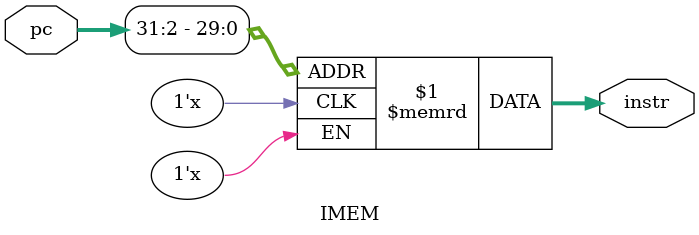
<source format=v>
module IMEM (
    input   [31:0]  pc,
    output wire [31:0] instr
);
  reg [31:0] instr_memory[31:0];
  


  assign instr = instr_memory[pc[31:2]];
  
endmodule


</source>
